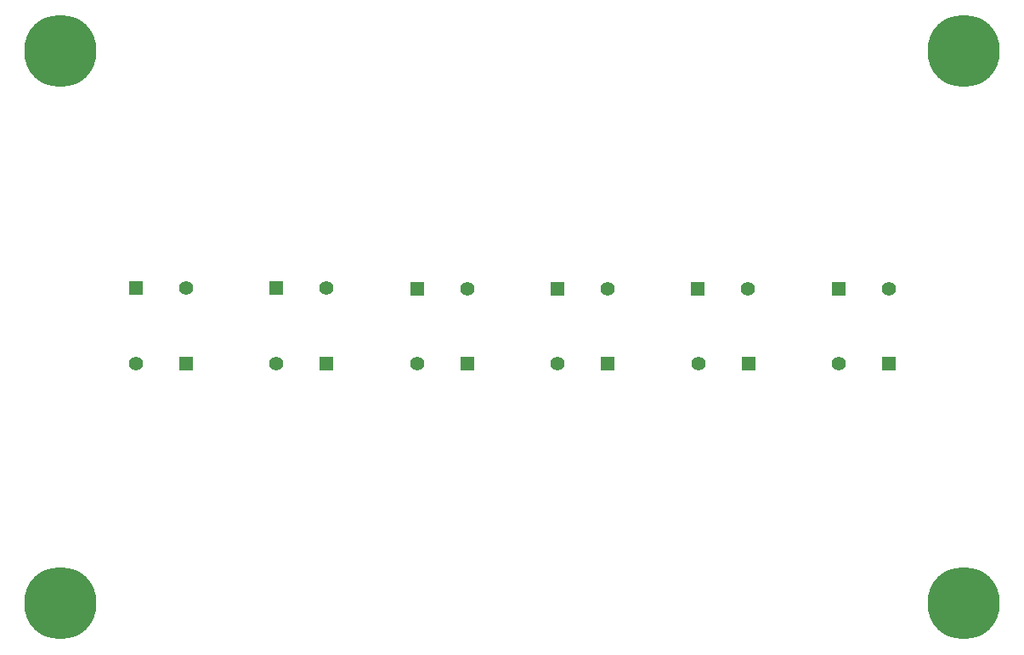
<source format=gbr>
%TF.GenerationSoftware,Altium Limited,Altium Designer,24.0.1 (36)*%
G04 Layer_Color=16711935*
%FSLAX45Y45*%
%MOMM*%
%TF.SameCoordinates,FB142892-ABB5-4026-B094-0FDC62B1FA86*%
%TF.FilePolarity,Negative*%
%TF.FileFunction,Soldermask,Bot*%
%TF.Part,Single*%
G01*
G75*
%TA.AperFunction,ComponentPad*%
%ADD17C,1.40320*%
%ADD18R,1.40320X1.40320*%
%ADD19C,7.20320*%
%ADD20C,1.21920*%
D17*
X8252839Y2887980D02*
D03*
X6852499D02*
D03*
X5452160D02*
D03*
X4051820D02*
D03*
X2651480D02*
D03*
X1251140D02*
D03*
X1750060Y3644900D02*
D03*
X3150108D02*
D03*
X4550156Y3632200D02*
D03*
X5950204D02*
D03*
X7350252D02*
D03*
X8750300D02*
D03*
D18*
X8752839Y2887980D02*
D03*
X7352499D02*
D03*
X5952160D02*
D03*
X4551820D02*
D03*
X3151480D02*
D03*
X1751140D02*
D03*
X1250060Y3644900D02*
D03*
X2650108D02*
D03*
X4050156Y3632200D02*
D03*
X5450204D02*
D03*
X6850252D02*
D03*
X8250300D02*
D03*
D19*
X499366Y500001D02*
D03*
Y6000012D02*
D03*
X9499384Y500001D02*
D03*
Y6000012D02*
D03*
D20*
X230126Y500001D02*
D03*
X364746Y266832D02*
D03*
X633986D02*
D03*
X768606Y500001D02*
D03*
X633986Y733170D02*
D03*
X364746D02*
D03*
X230126Y6000012D02*
D03*
X364746Y5766843D02*
D03*
X633986D02*
D03*
X768606Y6000012D02*
D03*
X633986Y6233181D02*
D03*
X364746D02*
D03*
X9230144Y500001D02*
D03*
X9364764Y266832D02*
D03*
X9634004D02*
D03*
X9768624Y500001D02*
D03*
X9634004Y733170D02*
D03*
X9364764D02*
D03*
X9230144Y6000012D02*
D03*
X9364764Y5766843D02*
D03*
X9634004D02*
D03*
X9768624Y6000012D02*
D03*
X9634004Y6233181D02*
D03*
X9364764D02*
D03*
%TF.MD5,4bd1cd12d9f87a584d60a85e81b4f785*%
M02*

</source>
